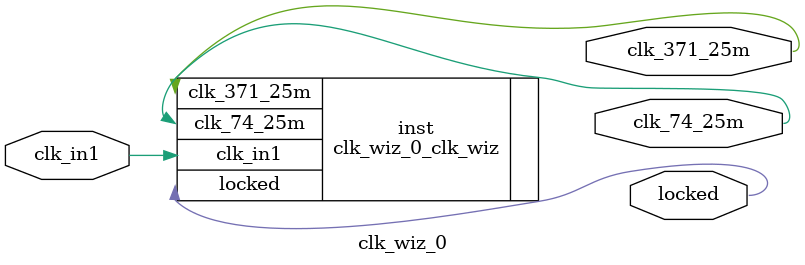
<source format=v>


`timescale 1ps/1ps

(* CORE_GENERATION_INFO = "clk_wiz_0,clk_wiz_v6_0_2_0_0,{component_name=clk_wiz_0,use_phase_alignment=true,use_min_o_jitter=false,use_max_i_jitter=false,use_dyn_phase_shift=false,use_inclk_switchover=false,use_dyn_reconfig=false,enable_axi=0,feedback_source=FDBK_AUTO,PRIMITIVE=PLL,num_out_clk=2,clkin1_period=20.000,clkin2_period=10.0,use_power_down=false,use_reset=false,use_locked=true,use_inclk_stopped=false,feedback_type=SINGLE,CLOCK_MGR_TYPE=NA,manual_override=false}" *)

module clk_wiz_0 
 (
  // Clock out ports
  output        clk_74_25m,
  output        clk_371_25m,
  // Status and control signals
  output        locked,
 // Clock in ports
  input         clk_in1
 );

  clk_wiz_0_clk_wiz inst
  (
  // Clock out ports  
  .clk_74_25m(clk_74_25m),
  .clk_371_25m(clk_371_25m),
  // Status and control signals               
  .locked(locked),
 // Clock in ports
  .clk_in1(clk_in1)
  );

endmodule

</source>
